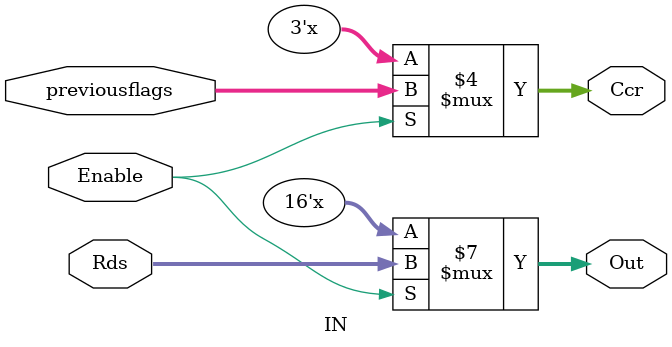
<source format=v>
module Not(input[15:0] Rds,input Enable,input [2:0]previousflags,output reg[15:0] Out,output reg [2:0] Ccr);
always@* begin
if(Enable == 1'b1) begin
Out = ~Rds;
//Assign zero flag to one if out is zeros
if(Out == 15'b0) begin
Ccr[0] = 1'b1;
end else begin
Ccr[0] = 1'b0;
end
//Assign negative flag to one if out is less than zero
if(Out[15] == 1'b1) begin
Ccr[1] = 1'b1;
end else begin
Ccr[1] = 1'b0;
end
Ccr[2]=previousflags[2];
end else begin
Out = 16'bz;
Ccr=3'bz;
end
end
endmodule

module SETC(input Enable,input[2:0] previousflags,output reg[2:0] Ccr);
always@* begin
if(Enable == 1'b1) begin
Ccr[2]=1'b1;
Ccr[0]=previousflags[0];
Ccr[1]=previousflags[1];
end
else begin
Ccr=3'bz;
end
end
endmodule

module CLRC(input Enable,input[2:0] previousflags,output reg[2:0] Ccr);
always@* begin
if(Enable == 1'b1) begin
Ccr[2]=1'b0;
Ccr[0]=previousflags[0];
Ccr[1]=previousflags[1];
end
else begin
Ccr=3'bz;
end
end
endmodule

module INC(input[15:0] Rds,input Enable,input[2:0] previousflags,output reg[15:0] Out,output reg[2:0] Ccr);
always@* begin
if(Enable == 1'b1) begin
Out = Rds+1;
//Assign zero flag to one if out is zeros
if(Out == 15'b0) begin
Ccr[0] = 1'b1;
end else begin
Ccr[0] = 1'b0;
end
//Assign negative flag to one if out is less than zero
if(Out[15] == 1'b1) begin
Ccr[1] = 1'b1;
end else begin
Ccr[1] = 1'b0;
end
Ccr[2]=previousflags[2];
end else begin
Out = 16'bz;
Ccr=3'bz;
end
end
endmodule

module DEC(input[15:0] Rds,input Enable,input[2:0] previousflags,output reg[15:0] Out,output reg[2:0] Ccr);
always@* begin
if(Enable == 1'b1) begin
Out = Rds-1;
//Assign zero flag to one if out is zeros
if(Out == 15'b0) begin
Ccr[0] = 1'b1;
end else begin
Ccr[0] = 1'b0;
end
//Assign negative flag to one if out is less than zero
if(Out[15] == 1'b1) begin
Ccr[1] = 1'b1;
end else begin
Ccr[1] = 1'b0;
end
Ccr[2]=previousflags[2];
end else begin
Out = 16'bz;
Ccr=3'bz;
end
end
endmodule


module OUT(input[15:0] Rds,input Enable,input[2:0] previousflags,output reg[15:0] Out,output reg[2:0] Ccr);
always@* begin
if(Enable == 1'b1) begin
Out = Rds;
Ccr = previousflags;
end
else begin
Out = 16'bz;
Ccr = 3'bz;
end
end
endmodule
module IN(input[15:0] Rds,input Enable,input[2:0] previousflags,output reg[15:0] Out,output reg[2:0] Ccr);
always@* begin
if(Enable == 1'b1) begin
Out = Rds;
Ccr = previousflags;
end
else begin
Out = 16'bz;
Ccr = 3'bz;
end
end
endmodule
</source>
